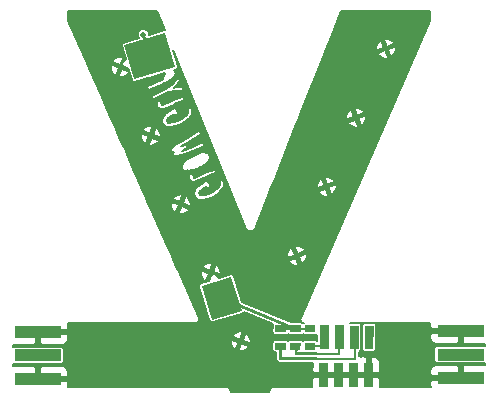
<source format=gbl>
G04 #@! TF.FileFunction,Copper,L2,Bot,Signal*
%FSLAX46Y46*%
G04 Gerber Fmt 4.6, Leading zero omitted, Abs format (unit mm)*
G04 Created by KiCad (PCBNEW 4.0.0-rc2-stable) date 3/3/2016 3:48:31 PM*
%MOMM*%
G01*
G04 APERTURE LIST*
%ADD10C,0.150000*%
%ADD11C,0.500000*%
%ADD12R,4.000000X1.000000*%
%ADD13C,0.600000*%
%ADD14C,0.254000*%
%ADD15C,0.152400*%
G04 APERTURE END LIST*
D10*
D11*
X78509122Y-22214711D03*
X75992353Y-28060624D03*
X73475584Y-33906533D03*
X70958814Y-39752446D03*
X66199796Y-47008878D03*
X63665626Y-41200372D03*
X61131450Y-35391864D03*
X58597271Y-29583360D03*
X56063096Y-23774854D03*
D12*
X84825836Y-50117210D03*
X84825836Y-48117210D03*
X84825836Y-46117210D03*
D13*
X83825836Y-50117210D03*
X83825836Y-48117210D03*
X83825836Y-46117210D03*
D12*
X49020840Y-46192207D03*
X49020840Y-48192207D03*
X49020840Y-50192207D03*
D13*
X50020840Y-46192207D03*
X50020840Y-48192207D03*
X50020840Y-50192207D03*
D10*
G36*
X63787265Y-45169118D02*
X62931655Y-42293717D01*
X65423669Y-41552188D01*
X66279279Y-44427589D01*
X63787265Y-45169118D01*
X63787265Y-45169118D01*
G37*
G36*
X57204674Y-24800527D02*
X56349063Y-21925126D01*
X59799544Y-20898393D01*
X60655155Y-23773794D01*
X57204674Y-24800527D01*
X57204674Y-24800527D01*
G37*
D11*
X57960222Y-21028373D03*
D10*
G36*
X72859067Y-50842352D02*
X72874042Y-48842408D01*
X73634021Y-48848098D01*
X73619046Y-50848042D01*
X72859067Y-50842352D01*
X72859067Y-50842352D01*
G37*
G36*
X74129031Y-50851861D02*
X74144006Y-48851917D01*
X74903985Y-48857607D01*
X74889010Y-50857551D01*
X74129031Y-50851861D01*
X74129031Y-50851861D01*
G37*
G36*
X75398995Y-50861370D02*
X75413970Y-48861426D01*
X76173949Y-48867116D01*
X76158974Y-50867060D01*
X75398995Y-50861370D01*
X75398995Y-50861370D01*
G37*
G36*
X76668960Y-50870879D02*
X76683935Y-48870935D01*
X77443914Y-48876625D01*
X77428939Y-50876569D01*
X76668960Y-50870879D01*
X76668960Y-50870879D01*
G37*
G36*
X72883026Y-47642441D02*
X72898001Y-45642497D01*
X73657980Y-45648187D01*
X73643005Y-47648131D01*
X72883026Y-47642441D01*
X72883026Y-47642441D01*
G37*
G36*
X74152991Y-47651950D02*
X74167966Y-45652006D01*
X74927945Y-45657696D01*
X74912970Y-47657640D01*
X74152991Y-47651950D01*
X74152991Y-47651950D01*
G37*
G36*
X75422955Y-47661459D02*
X75437930Y-45661515D01*
X76197909Y-45667205D01*
X76182934Y-47667149D01*
X75422955Y-47661459D01*
X75422955Y-47661459D01*
G37*
G36*
X76702919Y-47671043D02*
X76717894Y-45671099D01*
X77457873Y-45676639D01*
X77442898Y-47676583D01*
X76702919Y-47671043D01*
X76702919Y-47671043D01*
G37*
G36*
X71628544Y-46233009D02*
X71633037Y-45633026D01*
X72533012Y-45639765D01*
X72528519Y-46239748D01*
X71628544Y-46233009D01*
X71628544Y-46233009D01*
G37*
G36*
X71617313Y-47732967D02*
X71621806Y-47132984D01*
X72521781Y-47139723D01*
X72517288Y-47739706D01*
X71617313Y-47732967D01*
X71617313Y-47732967D01*
G37*
G36*
X70367348Y-47723607D02*
X70371841Y-47123624D01*
X71271816Y-47130363D01*
X71267323Y-47730346D01*
X70367348Y-47723607D01*
X70367348Y-47723607D01*
G37*
G36*
X70378579Y-46223649D02*
X70383072Y-45623666D01*
X71283047Y-45630405D01*
X71278554Y-46230388D01*
X70378579Y-46223649D01*
X70378579Y-46223649D01*
G37*
G36*
X69128614Y-46214290D02*
X69133107Y-45614307D01*
X70033082Y-45621046D01*
X70028589Y-46221029D01*
X69128614Y-46214290D01*
X69128614Y-46214290D01*
G37*
G36*
X69117383Y-47714248D02*
X69121876Y-47114265D01*
X70021851Y-47121004D01*
X70017358Y-47720987D01*
X69117383Y-47714248D01*
X69117383Y-47714248D01*
G37*
G36*
X72269167Y-47487841D02*
X72270664Y-47287846D01*
X73170639Y-47294585D01*
X73169142Y-47494580D01*
X72269167Y-47487841D01*
X72269167Y-47487841D01*
G37*
G36*
X70814341Y-48126965D02*
X70815838Y-47926971D01*
X74615731Y-47955423D01*
X74614234Y-48155417D01*
X70814341Y-48126965D01*
X70814341Y-48126965D01*
G37*
G36*
X69461009Y-48566845D02*
X69462507Y-48366851D01*
X75962325Y-48415519D01*
X75960827Y-48615513D01*
X69461009Y-48566845D01*
X69461009Y-48566845D01*
G37*
G36*
X70815089Y-48026969D02*
X70818084Y-47626980D01*
X71018079Y-47628477D01*
X71015084Y-48028466D01*
X70815089Y-48026969D01*
X70815089Y-48026969D01*
G37*
G36*
X74414988Y-48053923D02*
X74417983Y-47653934D01*
X74617978Y-47655431D01*
X74614983Y-48055420D01*
X74414988Y-48053923D01*
X74414988Y-48053923D01*
G37*
G36*
X75761956Y-48464020D02*
X75767946Y-47664042D01*
X75967940Y-47665540D01*
X75961950Y-48465518D01*
X75761956Y-48464020D01*
X75761956Y-48464020D01*
G37*
G36*
X69462132Y-48416849D02*
X69468122Y-47616871D01*
X69668116Y-47618369D01*
X69662126Y-48418347D01*
X69462132Y-48416849D01*
X69462132Y-48416849D01*
G37*
G36*
X69880091Y-46019912D02*
X69881589Y-45819917D01*
X71881533Y-45834892D01*
X71880035Y-46034887D01*
X69880091Y-46019912D01*
X69880091Y-46019912D01*
G37*
D14*
X58500000Y-22850000D02*
X57960000Y-21030000D01*
X58500000Y-22850000D02*
X57960000Y-21030000D01*
X58500000Y-22850000D02*
X57960000Y-21030000D01*
X58500000Y-22850000D02*
X57960000Y-21030000D01*
X58500000Y-22850000D02*
X57960000Y-21030000D01*
X58500000Y-22850000D02*
X57960000Y-21030000D01*
X58500000Y-22850000D02*
X57960000Y-21030000D01*
X58500000Y-22850000D02*
X57960000Y-21030000D01*
X58500000Y-22850000D02*
X57960000Y-21030000D01*
X64610000Y-43360000D02*
X70880000Y-45930000D01*
X64610000Y-43360000D02*
X70880000Y-45930000D01*
X64610000Y-43360000D02*
X70880000Y-45930000D01*
X64610000Y-43360000D02*
X70880000Y-45930000D01*
X64610000Y-43360000D02*
X70880000Y-45930000D01*
X64610000Y-43360000D02*
X70880000Y-45930000D01*
X64610000Y-43360000D02*
X70880000Y-45930000D01*
X64610000Y-43360000D02*
X70880000Y-45930000D01*
X64610000Y-43360000D02*
X70880000Y-45930000D01*
D15*
G36*
X59792840Y-20669637D02*
X59733069Y-20674995D01*
X58438794Y-21060122D01*
X58438905Y-20933591D01*
X58366196Y-20757622D01*
X58231681Y-20622873D01*
X58055839Y-20549857D01*
X57865440Y-20549690D01*
X57689471Y-20622399D01*
X57554722Y-20756914D01*
X57481706Y-20932756D01*
X57481539Y-21123155D01*
X57554248Y-21299124D01*
X57572878Y-21317786D01*
X56282588Y-21701728D01*
X56205939Y-21741167D01*
X56145645Y-21811344D01*
X56117404Y-21899449D01*
X56125665Y-21991601D01*
X56462596Y-23123904D01*
X56077237Y-23509263D01*
X56238374Y-23670400D01*
X56225123Y-23704164D01*
X56302511Y-23734537D01*
X56328687Y-23760713D01*
X56340107Y-23749293D01*
X56689491Y-23886418D01*
X56981276Y-24867002D01*
X57020715Y-24943651D01*
X57090892Y-25003945D01*
X57178997Y-25032186D01*
X57271149Y-25023925D01*
X58332825Y-24708010D01*
X58340498Y-24717602D01*
X58367513Y-24738928D01*
X58396889Y-24746136D01*
X58426756Y-24741348D01*
X58506756Y-24711348D01*
X58515399Y-24707479D01*
X58752356Y-24583174D01*
X59775132Y-24278834D01*
X59679540Y-24510987D01*
X59674008Y-24534371D01*
X59669363Y-24597069D01*
X59657124Y-24762301D01*
X59334433Y-24932610D01*
X59312145Y-24950410D01*
X59268334Y-25001523D01*
X59122547Y-25035826D01*
X59109651Y-25040105D01*
X58349651Y-25370105D01*
X58340795Y-25374659D01*
X58290795Y-25404659D01*
X58268611Y-25424857D01*
X58255885Y-25452298D01*
X58254837Y-25482527D01*
X58264837Y-25542527D01*
X58273389Y-25567006D01*
X58323389Y-25657006D01*
X58332999Y-25670570D01*
X58357164Y-25688762D01*
X58386503Y-25696120D01*
X58416394Y-25691483D01*
X59064430Y-25452208D01*
X59322409Y-25372830D01*
X59358538Y-25348782D01*
X59371391Y-25333359D01*
X59374025Y-25334507D01*
X59404271Y-25334852D01*
X59432268Y-25323402D01*
X59576936Y-25226957D01*
X60039696Y-25020191D01*
X60088300Y-25000750D01*
X60105720Y-24990960D01*
X60145720Y-24960960D01*
X60170352Y-24929275D01*
X60173128Y-24915186D01*
X60191842Y-24924005D01*
X60222064Y-24925239D01*
X60250386Y-24914617D01*
X60490386Y-24764617D01*
X60513402Y-24742268D01*
X60673402Y-24502268D01*
X60686069Y-24464475D01*
X60696069Y-24294475D01*
X60691348Y-24263244D01*
X60661348Y-24183244D01*
X60658155Y-24175922D01*
X60628155Y-24115922D01*
X60603698Y-24087575D01*
X60548272Y-24048777D01*
X60721630Y-23997192D01*
X60798279Y-23957753D01*
X60858573Y-23887576D01*
X60886814Y-23799471D01*
X60878553Y-23707319D01*
X60468688Y-22329910D01*
X66641960Y-37495041D01*
X66642438Y-37495766D01*
X66642607Y-37496616D01*
X66672325Y-37541092D01*
X66701800Y-37585793D01*
X66702519Y-37586280D01*
X66703000Y-37587000D01*
X66747452Y-37616702D01*
X66791813Y-37646737D01*
X66792664Y-37646912D01*
X66793384Y-37647393D01*
X66845743Y-37657808D01*
X66898297Y-37668596D01*
X66899152Y-37668431D01*
X66900000Y-37668600D01*
X67130000Y-37668600D01*
X67132070Y-37668188D01*
X67134144Y-37668569D01*
X67185299Y-37657600D01*
X67236616Y-37647393D01*
X67238370Y-37646221D01*
X67240432Y-37645779D01*
X67283510Y-37616060D01*
X67327000Y-37587000D01*
X67328171Y-37585247D01*
X67329908Y-37584049D01*
X67358327Y-37540117D01*
X67387393Y-37496616D01*
X67387805Y-37494547D01*
X67388950Y-37492776D01*
X68599139Y-34443622D01*
X72816069Y-34443622D01*
X73071807Y-34655125D01*
X73389016Y-34752660D01*
X73538707Y-34754731D01*
X73615881Y-34596915D01*
X73405681Y-34068902D01*
X72877668Y-34279101D01*
X72816069Y-34443622D01*
X68599139Y-34443622D01*
X68787253Y-33969656D01*
X72627386Y-33969656D01*
X72785202Y-34046830D01*
X72962028Y-33976436D01*
X73637953Y-33976436D01*
X73848152Y-34504449D01*
X74012673Y-34566048D01*
X74224176Y-34310310D01*
X74321711Y-33993101D01*
X74323782Y-33843410D01*
X74165966Y-33766236D01*
X73637953Y-33976436D01*
X72962028Y-33976436D01*
X73313215Y-33836630D01*
X73103016Y-33308617D01*
X72938495Y-33247018D01*
X72726992Y-33502756D01*
X72629457Y-33819965D01*
X72627386Y-33969656D01*
X68787253Y-33969656D01*
X69086314Y-33216151D01*
X73335287Y-33216151D01*
X73545487Y-33744164D01*
X74073500Y-33533965D01*
X74135099Y-33369444D01*
X73879361Y-33157941D01*
X73562152Y-33060406D01*
X73412461Y-33058335D01*
X73335287Y-33216151D01*
X69086314Y-33216151D01*
X70919341Y-28597713D01*
X75332838Y-28597713D01*
X75588576Y-28809216D01*
X75905785Y-28906751D01*
X76055476Y-28908822D01*
X76132650Y-28751006D01*
X75922450Y-28222993D01*
X75394437Y-28433192D01*
X75332838Y-28597713D01*
X70919341Y-28597713D01*
X71107455Y-28123747D01*
X75144155Y-28123747D01*
X75301971Y-28200921D01*
X75478797Y-28130527D01*
X76154722Y-28130527D01*
X76364921Y-28658540D01*
X76529442Y-28720139D01*
X76740945Y-28464401D01*
X76838480Y-28147192D01*
X76840551Y-27997501D01*
X76682735Y-27920327D01*
X76154722Y-28130527D01*
X75478797Y-28130527D01*
X75829984Y-27990721D01*
X75619785Y-27462708D01*
X75455264Y-27401109D01*
X75243761Y-27656847D01*
X75146226Y-27974056D01*
X75144155Y-28123747D01*
X71107455Y-28123747D01*
X71406516Y-27370242D01*
X75852056Y-27370242D01*
X76062256Y-27898255D01*
X76590269Y-27688056D01*
X76651868Y-27523535D01*
X76396130Y-27312032D01*
X76078921Y-27214497D01*
X75929230Y-27212426D01*
X75852056Y-27370242D01*
X71406516Y-27370242D01*
X73239545Y-22751800D01*
X77849607Y-22751800D01*
X78105345Y-22963303D01*
X78422554Y-23060838D01*
X78572245Y-23062909D01*
X78649419Y-22905093D01*
X78439219Y-22377080D01*
X77911206Y-22587279D01*
X77849607Y-22751800D01*
X73239545Y-22751800D01*
X73427660Y-22277834D01*
X77660924Y-22277834D01*
X77818740Y-22355008D01*
X77995566Y-22284614D01*
X78671491Y-22284614D01*
X78881690Y-22812627D01*
X79046211Y-22874226D01*
X79257714Y-22618488D01*
X79355249Y-22301279D01*
X79357320Y-22151588D01*
X79199504Y-22074414D01*
X78671491Y-22284614D01*
X77995566Y-22284614D01*
X78346753Y-22144808D01*
X78136554Y-21616795D01*
X77972033Y-21555196D01*
X77760530Y-21810934D01*
X77662995Y-22128143D01*
X77660924Y-22277834D01*
X73427660Y-22277834D01*
X73726721Y-21524329D01*
X78368825Y-21524329D01*
X78579025Y-22052342D01*
X79107038Y-21842143D01*
X79168637Y-21677622D01*
X78912899Y-21466119D01*
X78595690Y-21368584D01*
X78445999Y-21366513D01*
X78368825Y-21524329D01*
X73726721Y-21524329D01*
X74729167Y-18998600D01*
X82231400Y-18998600D01*
X82231400Y-19921878D01*
X71274640Y-45038603D01*
X71274076Y-45041185D01*
X71272607Y-45043384D01*
X71262502Y-45094187D01*
X71251448Y-45144805D01*
X71251916Y-45147408D01*
X71251400Y-45150000D01*
X71261506Y-45200805D01*
X71270664Y-45251798D01*
X71272091Y-45254023D01*
X71272607Y-45256616D01*
X71301383Y-45299682D01*
X71329360Y-45343292D01*
X71331532Y-45344802D01*
X71333000Y-45347000D01*
X71376073Y-45375781D01*
X71418603Y-45405360D01*
X71421185Y-45405924D01*
X71423384Y-45407393D01*
X71474187Y-45417498D01*
X71524805Y-45428552D01*
X71527408Y-45428084D01*
X71529144Y-45428430D01*
X71471774Y-45464742D01*
X71459623Y-45482243D01*
X71451331Y-45469142D01*
X71375333Y-45416375D01*
X71284792Y-45397334D01*
X70503797Y-45391486D01*
X66296072Y-43666789D01*
X65647067Y-41485713D01*
X65607628Y-41409064D01*
X65537451Y-41348770D01*
X65449346Y-41320529D01*
X65357194Y-41328790D01*
X64346298Y-41629594D01*
X63931217Y-41214513D01*
X63770080Y-41375650D01*
X63736316Y-41362399D01*
X63705943Y-41439787D01*
X63679767Y-41465963D01*
X63691187Y-41477383D01*
X63536923Y-41870434D01*
X62865180Y-42070319D01*
X62788531Y-42109758D01*
X62728237Y-42179935D01*
X62699996Y-42268040D01*
X62708257Y-42360192D01*
X63563867Y-45235593D01*
X63603306Y-45312242D01*
X63673483Y-45372536D01*
X63761588Y-45400777D01*
X63853740Y-45392516D01*
X66345754Y-44650987D01*
X66422403Y-44611548D01*
X66482697Y-44541371D01*
X66491044Y-44515330D01*
X68925275Y-45513094D01*
X68919077Y-45522021D01*
X68900036Y-45612562D01*
X68895543Y-46212545D01*
X68910848Y-46297376D01*
X68960330Y-46375553D01*
X69036328Y-46428320D01*
X69126869Y-46447361D01*
X70026844Y-46454100D01*
X70111675Y-46438795D01*
X70189852Y-46389313D01*
X70202003Y-46371812D01*
X70210295Y-46384912D01*
X70286293Y-46437679D01*
X70376834Y-46456720D01*
X71276809Y-46463459D01*
X71361640Y-46448154D01*
X71439817Y-46398672D01*
X71451968Y-46381171D01*
X71460260Y-46394272D01*
X71536258Y-46447039D01*
X71626799Y-46466080D01*
X72526774Y-46472819D01*
X72611605Y-46457514D01*
X72659039Y-46427491D01*
X72655095Y-46954180D01*
X72614067Y-46925693D01*
X72523526Y-46906652D01*
X71623551Y-46899913D01*
X71538720Y-46915218D01*
X71460543Y-46964700D01*
X71448392Y-46982201D01*
X71440100Y-46969100D01*
X71364102Y-46916333D01*
X71273561Y-46897292D01*
X70373586Y-46890553D01*
X70288755Y-46905858D01*
X70210578Y-46955340D01*
X70198427Y-46972841D01*
X70190135Y-46959741D01*
X70114137Y-46906974D01*
X70023596Y-46887933D01*
X69123621Y-46881194D01*
X69038790Y-46896499D01*
X68960613Y-46945981D01*
X68907846Y-47021979D01*
X68888805Y-47112520D01*
X68884312Y-47712503D01*
X68899617Y-47797334D01*
X68949099Y-47875511D01*
X69025097Y-47928278D01*
X69115638Y-47947319D01*
X69232557Y-47948194D01*
X69229131Y-48405784D01*
X69227938Y-48565099D01*
X69243243Y-48649931D01*
X69292725Y-48728108D01*
X69368723Y-48780875D01*
X69459264Y-48799916D01*
X72289985Y-48821111D01*
X72288988Y-48954235D01*
X72284796Y-49514165D01*
X72429748Y-49661304D01*
X73070080Y-49666099D01*
X73070230Y-49646099D01*
X73425820Y-49648762D01*
X73425670Y-49668761D01*
X74066002Y-49673556D01*
X74340044Y-49675608D01*
X74340194Y-49655608D01*
X74695784Y-49658271D01*
X74695634Y-49678270D01*
X75335966Y-49683065D01*
X75610008Y-49685117D01*
X75610158Y-49665117D01*
X75965748Y-49667780D01*
X75965598Y-49687779D01*
X76605930Y-49692574D01*
X76879973Y-49694626D01*
X76889410Y-48434311D01*
X76744458Y-48287172D01*
X76572107Y-48285881D01*
X76432886Y-48342331D01*
X76294525Y-48283803D01*
X76196400Y-48283068D01*
X76199291Y-47896954D01*
X76266020Y-47884915D01*
X76344197Y-47835433D01*
X76396964Y-47759435D01*
X76415920Y-47669298D01*
X76469848Y-47669298D01*
X76485153Y-47754129D01*
X76534635Y-47832306D01*
X76610634Y-47885073D01*
X76701174Y-47904114D01*
X77441153Y-47909654D01*
X77525984Y-47894349D01*
X77604161Y-47844867D01*
X77656928Y-47768869D01*
X77675969Y-47678328D01*
X77690944Y-45678384D01*
X77675639Y-45593553D01*
X77626157Y-45515376D01*
X77550158Y-45462609D01*
X77459618Y-45443568D01*
X76719639Y-45438028D01*
X76634808Y-45453333D01*
X76556631Y-45502815D01*
X76503864Y-45578813D01*
X76484823Y-45669354D01*
X76469848Y-47669298D01*
X76415920Y-47669298D01*
X76416005Y-47668894D01*
X76430980Y-45668950D01*
X76415675Y-45584119D01*
X76366193Y-45505942D01*
X76290194Y-45453175D01*
X76199654Y-45434134D01*
X75460511Y-45428600D01*
X82271627Y-45428600D01*
X82241636Y-45501005D01*
X82241636Y-45793360D01*
X82387686Y-45939410D01*
X82957916Y-45939410D01*
X82926424Y-46055543D01*
X82957218Y-46295010D01*
X82387686Y-46295010D01*
X82241636Y-46441060D01*
X82241636Y-46733415D01*
X82330575Y-46948133D01*
X82494914Y-47112471D01*
X82709632Y-47201410D01*
X84501986Y-47201410D01*
X84648036Y-47055360D01*
X84648036Y-46463608D01*
X84725248Y-46178877D01*
X84691882Y-45919410D01*
X85003636Y-45919410D01*
X85003636Y-45939410D01*
X85023636Y-45939410D01*
X85023636Y-46295010D01*
X85003636Y-46295010D01*
X85003636Y-47055360D01*
X85149686Y-47201410D01*
X86931400Y-47201410D01*
X86931400Y-47412665D01*
X86916516Y-47402495D01*
X86825836Y-47384132D01*
X82825836Y-47384132D01*
X82741122Y-47400072D01*
X82663318Y-47450138D01*
X82611121Y-47526530D01*
X82592758Y-47617210D01*
X82592758Y-48617210D01*
X82608698Y-48701924D01*
X82658764Y-48779728D01*
X82735156Y-48831925D01*
X82825836Y-48850288D01*
X86825836Y-48850288D01*
X86910550Y-48834348D01*
X86931400Y-48820931D01*
X86931400Y-49033010D01*
X85149686Y-49033010D01*
X85003636Y-49179060D01*
X85003636Y-49939410D01*
X85023636Y-49939410D01*
X85023636Y-50295010D01*
X85003636Y-50295010D01*
X85003636Y-50315010D01*
X84688332Y-50315010D01*
X84725248Y-50178877D01*
X84680383Y-49829993D01*
X84648036Y-49751900D01*
X84648036Y-49179060D01*
X84501986Y-49033010D01*
X82709632Y-49033010D01*
X82494914Y-49121949D01*
X82330575Y-49286287D01*
X82241636Y-49501005D01*
X82241636Y-49793360D01*
X82387686Y-49939410D01*
X82957916Y-49939410D01*
X82926424Y-50055543D01*
X82957218Y-50295010D01*
X82387686Y-50295010D01*
X82241636Y-50441060D01*
X82241636Y-50733415D01*
X82298791Y-50871400D01*
X78013194Y-50871400D01*
X78013993Y-50764742D01*
X78018185Y-50204812D01*
X77873233Y-50057673D01*
X77232901Y-50052878D01*
X77232751Y-50072878D01*
X76877161Y-50070215D01*
X76877311Y-50050216D01*
X76236979Y-50045421D01*
X75962936Y-50043369D01*
X75962786Y-50063369D01*
X75607196Y-50060706D01*
X75607346Y-50040707D01*
X74967014Y-50035912D01*
X74692972Y-50033860D01*
X74692822Y-50053860D01*
X74337232Y-50051197D01*
X74337382Y-50031198D01*
X73697050Y-50026403D01*
X73423008Y-50024351D01*
X73422858Y-50044351D01*
X73067268Y-50041688D01*
X73067418Y-50021689D01*
X72427086Y-50016894D01*
X72279946Y-50161847D01*
X72275754Y-50721776D01*
X72274634Y-50871400D01*
X68910000Y-50871400D01*
X68857575Y-50881828D01*
X68804885Y-50891990D01*
X68804194Y-50892446D01*
X68803384Y-50892607D01*
X68758921Y-50922316D01*
X68714151Y-50951855D01*
X68713687Y-50952541D01*
X68713000Y-50953000D01*
X68683225Y-50997562D01*
X68653233Y-51041887D01*
X68565016Y-51251400D01*
X65414984Y-51251400D01*
X65326768Y-51041887D01*
X65296761Y-50997541D01*
X65267000Y-50953000D01*
X65266312Y-50952540D01*
X65265849Y-50951856D01*
X65221198Y-50922396D01*
X65176616Y-50892607D01*
X65175804Y-50892445D01*
X65175115Y-50891991D01*
X65122509Y-50881844D01*
X65070000Y-50871400D01*
X51578950Y-50871400D01*
X51605040Y-50808412D01*
X51605040Y-50516057D01*
X51458990Y-50370007D01*
X50888760Y-50370007D01*
X50920252Y-50253874D01*
X50889458Y-50014407D01*
X51458990Y-50014407D01*
X51605040Y-49868357D01*
X51605040Y-49697288D01*
X77235563Y-49697288D01*
X77875895Y-49702083D01*
X78023035Y-49557130D01*
X78027227Y-48997201D01*
X78028967Y-48764799D01*
X77941639Y-48549421D01*
X77778536Y-48383856D01*
X77564490Y-48293312D01*
X77392139Y-48292021D01*
X77245000Y-48436974D01*
X77235563Y-49697288D01*
X51605040Y-49697288D01*
X51605040Y-49576002D01*
X51516101Y-49361284D01*
X51351762Y-49196946D01*
X51137044Y-49108007D01*
X49344690Y-49108007D01*
X49198640Y-49254057D01*
X49198640Y-49845809D01*
X49121428Y-50130540D01*
X49154794Y-50390007D01*
X48843040Y-50390007D01*
X48843040Y-50370007D01*
X48823040Y-50370007D01*
X48823040Y-50014407D01*
X48843040Y-50014407D01*
X48843040Y-49254057D01*
X48696990Y-49108007D01*
X46908600Y-49108007D01*
X46908600Y-48892191D01*
X46930160Y-48906922D01*
X47020840Y-48925285D01*
X51020840Y-48925285D01*
X51105554Y-48909345D01*
X51183358Y-48859279D01*
X51235555Y-48782887D01*
X51253918Y-48692207D01*
X51253918Y-47699933D01*
X66062854Y-47699933D01*
X66140793Y-47857373D01*
X66469989Y-47815365D01*
X66758051Y-47650576D01*
X66861912Y-47542758D01*
X66799515Y-47378538D01*
X66270486Y-47170905D01*
X66062854Y-47699933D01*
X51253918Y-47699933D01*
X51253918Y-47692207D01*
X51237978Y-47607493D01*
X51187912Y-47529689D01*
X51111520Y-47477492D01*
X51020840Y-47459129D01*
X47020840Y-47459129D01*
X46936126Y-47475069D01*
X46908600Y-47492782D01*
X46908600Y-47276407D01*
X48696990Y-47276407D01*
X48843040Y-47130357D01*
X48843040Y-46370007D01*
X48823040Y-46370007D01*
X48823040Y-46014407D01*
X48843040Y-46014407D01*
X48843040Y-45994407D01*
X49158344Y-45994407D01*
X49121428Y-46130540D01*
X49166293Y-46479424D01*
X49198640Y-46557517D01*
X49198640Y-47130357D01*
X49344690Y-47276407D01*
X51137044Y-47276407D01*
X51351762Y-47187468D01*
X51516101Y-47023130D01*
X51546444Y-46949875D01*
X65351301Y-46949875D01*
X65393309Y-47279071D01*
X65558098Y-47567133D01*
X65665916Y-47670994D01*
X65830136Y-47608597D01*
X66037769Y-47079568D01*
X65677546Y-46938188D01*
X66361823Y-46938188D01*
X66890851Y-47145820D01*
X67048291Y-47067881D01*
X67006283Y-46738685D01*
X66841494Y-46450623D01*
X66733676Y-46346762D01*
X66569456Y-46409159D01*
X66361823Y-46938188D01*
X65677546Y-46938188D01*
X65508741Y-46871936D01*
X65351301Y-46949875D01*
X51546444Y-46949875D01*
X51605040Y-46808412D01*
X51605040Y-46516057D01*
X51563981Y-46474998D01*
X65537680Y-46474998D01*
X65600077Y-46639218D01*
X66129106Y-46846851D01*
X66336738Y-46317823D01*
X66258799Y-46160383D01*
X65929603Y-46202391D01*
X65641541Y-46367180D01*
X65537680Y-46474998D01*
X51563981Y-46474998D01*
X51458990Y-46370007D01*
X50888760Y-46370007D01*
X50920252Y-46253874D01*
X50889458Y-46014407D01*
X51458990Y-46014407D01*
X51605040Y-45868357D01*
X51605040Y-45576002D01*
X51543984Y-45428600D01*
X62420000Y-45428600D01*
X62423101Y-45427983D01*
X62426216Y-45428531D01*
X62476301Y-45417401D01*
X62526616Y-45407393D01*
X62529246Y-45405636D01*
X62532332Y-45404950D01*
X62574336Y-45375508D01*
X62617000Y-45347000D01*
X62618757Y-45344370D01*
X62621347Y-45342555D01*
X62648892Y-45299270D01*
X62677393Y-45256616D01*
X62678010Y-45253514D01*
X62679708Y-45250846D01*
X62688594Y-45200305D01*
X62698600Y-45150000D01*
X62697983Y-45146899D01*
X62698531Y-45143784D01*
X62687401Y-45093699D01*
X62677393Y-45043384D01*
X62675636Y-45040754D01*
X62674950Y-45037668D01*
X60958227Y-41141369D01*
X62817131Y-41141369D01*
X62859139Y-41470565D01*
X63023928Y-41758627D01*
X63131746Y-41862488D01*
X63295966Y-41800091D01*
X63503599Y-41271062D01*
X63143376Y-41129682D01*
X63827653Y-41129682D01*
X64356681Y-41337314D01*
X64514121Y-41259375D01*
X64472113Y-40930179D01*
X64307324Y-40642117D01*
X64199506Y-40538256D01*
X64035286Y-40600653D01*
X63827653Y-41129682D01*
X63143376Y-41129682D01*
X62974571Y-41063430D01*
X62817131Y-41141369D01*
X60958227Y-41141369D01*
X60748995Y-40666492D01*
X63003510Y-40666492D01*
X63065907Y-40830712D01*
X63594936Y-41038345D01*
X63802568Y-40509317D01*
X63724629Y-40351877D01*
X63395433Y-40393885D01*
X63107371Y-40558674D01*
X63003510Y-40666492D01*
X60748995Y-40666492D01*
X60582907Y-40289535D01*
X70299299Y-40289535D01*
X70555037Y-40501038D01*
X70872246Y-40598573D01*
X71021937Y-40600644D01*
X71099111Y-40442828D01*
X70888911Y-39914815D01*
X70360898Y-40125014D01*
X70299299Y-40289535D01*
X60582907Y-40289535D01*
X60374076Y-39815569D01*
X70110616Y-39815569D01*
X70268432Y-39892743D01*
X70445258Y-39822349D01*
X71121183Y-39822349D01*
X71331382Y-40350362D01*
X71495903Y-40411961D01*
X71707406Y-40156223D01*
X71804941Y-39839014D01*
X71807012Y-39689323D01*
X71649196Y-39612149D01*
X71121183Y-39822349D01*
X70445258Y-39822349D01*
X70796445Y-39682543D01*
X70586246Y-39154530D01*
X70421725Y-39092931D01*
X70210222Y-39348669D01*
X70112687Y-39665878D01*
X70110616Y-39815569D01*
X60374076Y-39815569D01*
X60042079Y-39062064D01*
X70818517Y-39062064D01*
X71028717Y-39590077D01*
X71556730Y-39379878D01*
X71618329Y-39215357D01*
X71362591Y-39003854D01*
X71045382Y-38906319D01*
X70895691Y-38904248D01*
X70818517Y-39062064D01*
X60042079Y-39062064D01*
X58729455Y-36082919D01*
X60994508Y-36082919D01*
X61072447Y-36240359D01*
X61401643Y-36198351D01*
X61689705Y-36033562D01*
X61793566Y-35925744D01*
X61731169Y-35761524D01*
X61202140Y-35553891D01*
X60994508Y-36082919D01*
X58729455Y-36082919D01*
X58398976Y-35332861D01*
X60282955Y-35332861D01*
X60324963Y-35662057D01*
X60489752Y-35950119D01*
X60597570Y-36053980D01*
X60761790Y-35991583D01*
X60969423Y-35462554D01*
X60609200Y-35321174D01*
X61293477Y-35321174D01*
X61822505Y-35528806D01*
X61979945Y-35450867D01*
X61937937Y-35121671D01*
X61773148Y-34833609D01*
X61665330Y-34729748D01*
X61501110Y-34792145D01*
X61293477Y-35321174D01*
X60609200Y-35321174D01*
X60440395Y-35254922D01*
X60282955Y-35332861D01*
X58398976Y-35332861D01*
X58189744Y-34857984D01*
X60469334Y-34857984D01*
X60531731Y-35022204D01*
X61060760Y-35229837D01*
X61268392Y-34700809D01*
X61190453Y-34543369D01*
X60861257Y-34585377D01*
X60573195Y-34750166D01*
X60469334Y-34857984D01*
X58189744Y-34857984D01*
X58037091Y-34511519D01*
X62236075Y-34511519D01*
X62237710Y-34554097D01*
X62297710Y-34734097D01*
X62304659Y-34749205D01*
X62364659Y-34849205D01*
X62392194Y-34876160D01*
X62602194Y-34996160D01*
X62635247Y-35006052D01*
X62955247Y-35026052D01*
X62973938Y-35024915D01*
X63403938Y-34944915D01*
X63412409Y-34942830D01*
X63672409Y-34862830D01*
X63674097Y-34862290D01*
X63704097Y-34852290D01*
X63718263Y-34845897D01*
X64028263Y-34665897D01*
X64035720Y-34660960D01*
X64475720Y-34330960D01*
X64490738Y-34316014D01*
X64740738Y-33986014D01*
X64754895Y-33954043D01*
X64814895Y-33634043D01*
X64812290Y-33595903D01*
X64762290Y-33445903D01*
X64743882Y-33416118D01*
X64703882Y-33376118D01*
X64687217Y-33363507D01*
X64658415Y-33354266D01*
X64568415Y-33344266D01*
X64543141Y-33345688D01*
X64515558Y-33358102D01*
X64494978Y-33380269D01*
X64484643Y-33408696D01*
X64426966Y-33793209D01*
X64311261Y-33980117D01*
X63937678Y-34305805D01*
X63676943Y-34431344D01*
X63675922Y-34431845D01*
X63561631Y-34488990D01*
X63213660Y-34595315D01*
X62859617Y-34643159D01*
X62735395Y-34627631D01*
X62722624Y-34614860D01*
X62651563Y-34472739D01*
X62687036Y-34352133D01*
X62973368Y-34093510D01*
X63219230Y-33970579D01*
X63248010Y-33960986D01*
X63402382Y-34021019D01*
X63444271Y-34024852D01*
X63472268Y-34013402D01*
X63502268Y-33993402D01*
X63505720Y-33990960D01*
X63545720Y-33960960D01*
X63563019Y-33942837D01*
X63574720Y-33914944D01*
X63594720Y-33814944D01*
X63596194Y-33799024D01*
X63589811Y-33769458D01*
X63519811Y-33609458D01*
X63516160Y-33602194D01*
X63476160Y-33532194D01*
X63450910Y-33505713D01*
X63340910Y-33435713D01*
X63317702Y-33425885D01*
X63287473Y-33424837D01*
X63227473Y-33434837D01*
X63191559Y-33451179D01*
X63024401Y-33588839D01*
X62507452Y-33936785D01*
X62492862Y-33949584D01*
X62342862Y-34119584D01*
X62326075Y-34151519D01*
X62236075Y-34511519D01*
X58037091Y-34511519D01*
X57448960Y-33176690D01*
X61813872Y-33176690D01*
X61822765Y-33215859D01*
X61902765Y-33365859D01*
X61918329Y-33386005D01*
X61944190Y-33401696D01*
X62194190Y-33491696D01*
X62211366Y-33495709D01*
X62241501Y-33493104D01*
X62411501Y-33443104D01*
X62416181Y-33441561D01*
X62826181Y-33291561D01*
X62829640Y-33290199D01*
X63279640Y-33100199D01*
X63281117Y-33099557D01*
X64041117Y-32759557D01*
X64057602Y-32749502D01*
X64107602Y-32709502D01*
X64122812Y-32693140D01*
X64134647Y-32665304D01*
X64134720Y-32635056D01*
X64124720Y-32585056D01*
X64113402Y-32557732D01*
X64093402Y-32527732D01*
X64075720Y-32509040D01*
X64035720Y-32479040D01*
X64000558Y-32464535D01*
X63970366Y-32466373D01*
X63670366Y-32546373D01*
X63661250Y-32549432D01*
X63391250Y-32659432D01*
X63389337Y-32660242D01*
X62482569Y-33058821D01*
X62224066Y-33144989D01*
X62211957Y-33114716D01*
X62142899Y-32887813D01*
X62135876Y-32871702D01*
X62115786Y-32849090D01*
X62088481Y-32836075D01*
X61968481Y-32806075D01*
X61938512Y-32804671D01*
X61910110Y-32815075D01*
X61887994Y-32835710D01*
X61837994Y-32905710D01*
X61823872Y-32946690D01*
X61813872Y-33176690D01*
X57448960Y-33176690D01*
X57041282Y-32251419D01*
X61213813Y-32251419D01*
X61220368Y-32280948D01*
X61260368Y-32370948D01*
X61263840Y-32377806D01*
X61303840Y-32447806D01*
X61334141Y-32477235D01*
X61484141Y-32557235D01*
X61513101Y-32565887D01*
X61623101Y-32575887D01*
X61659012Y-32570461D01*
X61684140Y-32553622D01*
X61695274Y-32536657D01*
X61713955Y-32560715D01*
X61741204Y-32573846D01*
X61771415Y-32575340D01*
X62101415Y-32525340D01*
X62113168Y-32522593D01*
X62583168Y-32372593D01*
X62594078Y-32368155D01*
X63014078Y-32158155D01*
X63026678Y-32150230D01*
X63426678Y-31840230D01*
X63444287Y-31820910D01*
X63584287Y-31600910D01*
X63594971Y-31573631D01*
X63614971Y-31463631D01*
X63616172Y-31447941D01*
X63609370Y-31418468D01*
X63509370Y-31198468D01*
X63498170Y-31180779D01*
X63388170Y-31050779D01*
X63376876Y-31039924D01*
X63349810Y-31026420D01*
X63089810Y-30956420D01*
X63074309Y-30953922D01*
X63044371Y-30958239D01*
X62904371Y-31008239D01*
X62899818Y-31010032D01*
X62389818Y-31230032D01*
X62388068Y-31230813D01*
X62128068Y-31350813D01*
X62121505Y-31354238D01*
X61711505Y-31594238D01*
X61701633Y-31601118D01*
X61421633Y-31831118D01*
X61405383Y-31849614D01*
X61255383Y-32089614D01*
X61246075Y-32111519D01*
X61218610Y-32221376D01*
X61216075Y-32231519D01*
X61213813Y-32251419D01*
X57041282Y-32251419D01*
X56369873Y-30727582D01*
X60324178Y-30727582D01*
X60334178Y-30827582D01*
X60336075Y-30838481D01*
X60346075Y-30878481D01*
X60355154Y-30900018D01*
X60375832Y-30922094D01*
X60403470Y-30934385D01*
X60551670Y-30967318D01*
X60478742Y-31033617D01*
X60467188Y-31046860D01*
X60455353Y-31074696D01*
X60455280Y-31104944D01*
X60465280Y-31154944D01*
X60471845Y-31174078D01*
X60501845Y-31234078D01*
X60504659Y-31239205D01*
X60534659Y-31289205D01*
X60562355Y-31316252D01*
X60591097Y-31325678D01*
X60761097Y-31345678D01*
X60786187Y-31344461D01*
X61246187Y-31244461D01*
X61254976Y-31241990D01*
X61744976Y-31071990D01*
X61750577Y-31069796D01*
X62800577Y-30609796D01*
X62807568Y-30606296D01*
X63107568Y-30436296D01*
X63124140Y-30423622D01*
X63140736Y-30398334D01*
X63146187Y-30368581D01*
X63139632Y-30339052D01*
X63099632Y-30249052D01*
X63090037Y-30233074D01*
X63067050Y-30213414D01*
X63038225Y-30204245D01*
X63008104Y-30207014D01*
X62918817Y-30233800D01*
X62850000Y-30233800D01*
X62814215Y-30242725D01*
X62346307Y-30491612D01*
X62023621Y-30638288D01*
X61959066Y-30656732D01*
X61951700Y-30659250D01*
X61554565Y-30818104D01*
X61225268Y-30919799D01*
X61267006Y-30896611D01*
X61273029Y-30892888D01*
X61653029Y-30632888D01*
X61674368Y-30610783D01*
X61685163Y-30582527D01*
X61695163Y-30522527D01*
X61692290Y-30485903D01*
X61682290Y-30455903D01*
X61675835Y-30441630D01*
X61655720Y-30419040D01*
X61615720Y-30389040D01*
X61575844Y-30374024D01*
X61445844Y-30364024D01*
X61411327Y-30369401D01*
X61386118Y-30386118D01*
X61320536Y-30451700D01*
X61140844Y-30499975D01*
X61696489Y-30196896D01*
X61699385Y-30195232D01*
X62759385Y-29555232D01*
X62780149Y-29536782D01*
X62850149Y-29446782D01*
X62865969Y-29405927D01*
X62862290Y-29375903D01*
X62842290Y-29315903D01*
X62823882Y-29286118D01*
X62773882Y-29236118D01*
X62735304Y-29215353D01*
X62705056Y-29215280D01*
X62655056Y-29225280D01*
X62632464Y-29233686D01*
X61572464Y-29833686D01*
X61570692Y-29834721D01*
X60640692Y-30394721D01*
X60633218Y-30399851D01*
X60363218Y-30609851D01*
X60346981Y-30627163D01*
X60335280Y-30655056D01*
X60325280Y-30705056D01*
X60324178Y-30727582D01*
X56369873Y-30727582D01*
X56170205Y-30274415D01*
X58460329Y-30274415D01*
X58538268Y-30431855D01*
X58867464Y-30389847D01*
X59155526Y-30225058D01*
X59259387Y-30117240D01*
X59196990Y-29953020D01*
X58667961Y-29745387D01*
X58460329Y-30274415D01*
X56170205Y-30274415D01*
X55839726Y-29524357D01*
X57748776Y-29524357D01*
X57790784Y-29853553D01*
X57955573Y-30141615D01*
X58063391Y-30245476D01*
X58227611Y-30183079D01*
X58435244Y-29654050D01*
X58075021Y-29512670D01*
X58759298Y-29512670D01*
X59288326Y-29720302D01*
X59445766Y-29642363D01*
X59403758Y-29313167D01*
X59238969Y-29025105D01*
X59131151Y-28921244D01*
X58966931Y-28983641D01*
X58759298Y-29512670D01*
X58075021Y-29512670D01*
X57906216Y-29446418D01*
X57748776Y-29524357D01*
X55839726Y-29524357D01*
X55630494Y-29049480D01*
X57935155Y-29049480D01*
X57997552Y-29213700D01*
X58526581Y-29421333D01*
X58734213Y-28892305D01*
X58656274Y-28734865D01*
X58327078Y-28776873D01*
X58039016Y-28941662D01*
X57935155Y-29049480D01*
X55630494Y-29049480D01*
X55334555Y-28377812D01*
X59533831Y-28377812D01*
X59538981Y-28407618D01*
X59608981Y-28587618D01*
X59611845Y-28594078D01*
X59661845Y-28694078D01*
X59692194Y-28726160D01*
X59902194Y-28846160D01*
X59935247Y-28856052D01*
X60255247Y-28876052D01*
X60273938Y-28874915D01*
X60703938Y-28794915D01*
X60712409Y-28792830D01*
X60970450Y-28713433D01*
X61008481Y-28703925D01*
X61027568Y-28696296D01*
X61327568Y-28526296D01*
X61336592Y-28520296D01*
X61776592Y-28180296D01*
X61790738Y-28166014D01*
X62040738Y-27836014D01*
X62054812Y-27804480D01*
X62114812Y-27494480D01*
X62112731Y-27457271D01*
X62062731Y-27297271D01*
X62050960Y-27274280D01*
X62020960Y-27234280D01*
X61996484Y-27213102D01*
X61967582Y-27204178D01*
X61867582Y-27194178D01*
X61843141Y-27195688D01*
X61815558Y-27208102D01*
X61794978Y-27230269D01*
X61784643Y-27258696D01*
X61726760Y-27644584D01*
X61620469Y-27830593D01*
X61238113Y-28155595D01*
X60976943Y-28281344D01*
X60975922Y-28281845D01*
X60861631Y-28338990D01*
X60512685Y-28445613D01*
X60161419Y-28502575D01*
X60037888Y-28477869D01*
X60018988Y-28466529D01*
X59952678Y-28326542D01*
X59995315Y-28212845D01*
X60273668Y-27943771D01*
X60521932Y-27829187D01*
X60524078Y-27828155D01*
X60553864Y-27813262D01*
X60702382Y-27871019D01*
X60734877Y-27876044D01*
X60764078Y-27868155D01*
X60804078Y-27848155D01*
X60823882Y-27833882D01*
X60853882Y-27803882D01*
X60874720Y-27764944D01*
X60894720Y-27664944D01*
X60896194Y-27649024D01*
X60889811Y-27619458D01*
X60819811Y-27459458D01*
X60816160Y-27452194D01*
X60776160Y-27382194D01*
X60753698Y-27357575D01*
X60653698Y-27287575D01*
X60629421Y-27276316D01*
X60599224Y-27274566D01*
X60529224Y-27284566D01*
X60489584Y-27302862D01*
X60323698Y-27449232D01*
X59808300Y-27786223D01*
X59792862Y-27799584D01*
X59642862Y-27969584D01*
X59626075Y-28001519D01*
X59536075Y-28361519D01*
X59533831Y-28377812D01*
X55334555Y-28377812D01*
X54739245Y-27026690D01*
X59113872Y-27026690D01*
X59122765Y-27065859D01*
X59202765Y-27215859D01*
X59216404Y-27234166D01*
X59241700Y-27250750D01*
X59491700Y-27350750D01*
X59515407Y-27356061D01*
X59545361Y-27351856D01*
X59715361Y-27291856D01*
X59716181Y-27291561D01*
X60126181Y-27141561D01*
X60129090Y-27140429D01*
X60589090Y-26950429D01*
X60590689Y-26949747D01*
X61340689Y-26619747D01*
X61357602Y-26609502D01*
X61407602Y-26569502D01*
X61422812Y-26553140D01*
X61434647Y-26525304D01*
X61434720Y-26495056D01*
X61424720Y-26445056D01*
X61423925Y-26441519D01*
X61413925Y-26401519D01*
X61401537Y-26375060D01*
X61379205Y-26354659D01*
X61329205Y-26324659D01*
X61300558Y-26314535D01*
X61270366Y-26316373D01*
X60970366Y-26396373D01*
X60960309Y-26399822D01*
X60700309Y-26509822D01*
X60699617Y-26510119D01*
X59782709Y-26908775D01*
X59524066Y-26994989D01*
X59511957Y-26964716D01*
X59442899Y-26737813D01*
X59432612Y-26716570D01*
X59410783Y-26695632D01*
X59382527Y-26684837D01*
X59262527Y-26664837D01*
X59244150Y-26664025D01*
X59215052Y-26672287D01*
X59191462Y-26691218D01*
X59141462Y-26751218D01*
X59131157Y-26767333D01*
X59123872Y-26796690D01*
X59113872Y-27026690D01*
X54739245Y-27026690D01*
X54422827Y-26308545D01*
X58683814Y-26308545D01*
X58689250Y-26338300D01*
X58729250Y-26438300D01*
X58736395Y-26451962D01*
X58757732Y-26473402D01*
X58817732Y-26513402D01*
X58837251Y-26522725D01*
X58867337Y-26525846D01*
X58896267Y-26517016D01*
X59744811Y-26057804D01*
X60085387Y-25892118D01*
X60115903Y-25902290D01*
X60148118Y-25905766D01*
X60708118Y-25845766D01*
X60712039Y-25845243D01*
X61212039Y-25765243D01*
X61234078Y-25758155D01*
X61294078Y-25728155D01*
X61308723Y-25718588D01*
X61327678Y-25695016D01*
X61335969Y-25665927D01*
X61332290Y-25635903D01*
X61312290Y-25575903D01*
X61301537Y-25555060D01*
X61279205Y-25534659D01*
X61229205Y-25504659D01*
X61188228Y-25493821D01*
X60758228Y-25503821D01*
X60747803Y-25504783D01*
X60549978Y-25536863D01*
X60701850Y-25395839D01*
X60707138Y-25390416D01*
X61007138Y-25050416D01*
X61021348Y-25026756D01*
X61051348Y-24946756D01*
X61055576Y-24910267D01*
X61045835Y-24881630D01*
X61025720Y-24859040D01*
X60985720Y-24829040D01*
X60954944Y-24815280D01*
X60854944Y-24795280D01*
X60810335Y-24799811D01*
X60785365Y-24816883D01*
X60437826Y-25174351D01*
X59896971Y-25636537D01*
X59716459Y-25731543D01*
X59058468Y-26030630D01*
X59049090Y-26035713D01*
X58719090Y-26245713D01*
X58690383Y-26279019D01*
X58683814Y-26308545D01*
X54422827Y-26308545D01*
X53610954Y-24465909D01*
X55926154Y-24465909D01*
X56004093Y-24623349D01*
X56333289Y-24581341D01*
X56621351Y-24416552D01*
X56725212Y-24308734D01*
X56662815Y-24144514D01*
X56133786Y-23936881D01*
X55926154Y-24465909D01*
X53610954Y-24465909D01*
X53280475Y-23715851D01*
X55214601Y-23715851D01*
X55256609Y-24045047D01*
X55421398Y-24333109D01*
X55529216Y-24436970D01*
X55693436Y-24374573D01*
X55901069Y-23845544D01*
X55372041Y-23637912D01*
X55214601Y-23715851D01*
X53280475Y-23715851D01*
X53071243Y-23240974D01*
X55400980Y-23240974D01*
X55463377Y-23405194D01*
X55992406Y-23612827D01*
X56200038Y-23083799D01*
X56122099Y-22926359D01*
X55792903Y-22968367D01*
X55504841Y-23133156D01*
X55400980Y-23240974D01*
X53071243Y-23240974D01*
X51608600Y-19921344D01*
X51608600Y-18998600D01*
X59112611Y-18998600D01*
X59792840Y-20669637D01*
X59792840Y-20669637D01*
G37*
X59792840Y-20669637D02*
X59733069Y-20674995D01*
X58438794Y-21060122D01*
X58438905Y-20933591D01*
X58366196Y-20757622D01*
X58231681Y-20622873D01*
X58055839Y-20549857D01*
X57865440Y-20549690D01*
X57689471Y-20622399D01*
X57554722Y-20756914D01*
X57481706Y-20932756D01*
X57481539Y-21123155D01*
X57554248Y-21299124D01*
X57572878Y-21317786D01*
X56282588Y-21701728D01*
X56205939Y-21741167D01*
X56145645Y-21811344D01*
X56117404Y-21899449D01*
X56125665Y-21991601D01*
X56462596Y-23123904D01*
X56077237Y-23509263D01*
X56238374Y-23670400D01*
X56225123Y-23704164D01*
X56302511Y-23734537D01*
X56328687Y-23760713D01*
X56340107Y-23749293D01*
X56689491Y-23886418D01*
X56981276Y-24867002D01*
X57020715Y-24943651D01*
X57090892Y-25003945D01*
X57178997Y-25032186D01*
X57271149Y-25023925D01*
X58332825Y-24708010D01*
X58340498Y-24717602D01*
X58367513Y-24738928D01*
X58396889Y-24746136D01*
X58426756Y-24741348D01*
X58506756Y-24711348D01*
X58515399Y-24707479D01*
X58752356Y-24583174D01*
X59775132Y-24278834D01*
X59679540Y-24510987D01*
X59674008Y-24534371D01*
X59669363Y-24597069D01*
X59657124Y-24762301D01*
X59334433Y-24932610D01*
X59312145Y-24950410D01*
X59268334Y-25001523D01*
X59122547Y-25035826D01*
X59109651Y-25040105D01*
X58349651Y-25370105D01*
X58340795Y-25374659D01*
X58290795Y-25404659D01*
X58268611Y-25424857D01*
X58255885Y-25452298D01*
X58254837Y-25482527D01*
X58264837Y-25542527D01*
X58273389Y-25567006D01*
X58323389Y-25657006D01*
X58332999Y-25670570D01*
X58357164Y-25688762D01*
X58386503Y-25696120D01*
X58416394Y-25691483D01*
X59064430Y-25452208D01*
X59322409Y-25372830D01*
X59358538Y-25348782D01*
X59371391Y-25333359D01*
X59374025Y-25334507D01*
X59404271Y-25334852D01*
X59432268Y-25323402D01*
X59576936Y-25226957D01*
X60039696Y-25020191D01*
X60088300Y-25000750D01*
X60105720Y-24990960D01*
X60145720Y-24960960D01*
X60170352Y-24929275D01*
X60173128Y-24915186D01*
X60191842Y-24924005D01*
X60222064Y-24925239D01*
X60250386Y-24914617D01*
X60490386Y-24764617D01*
X60513402Y-24742268D01*
X60673402Y-24502268D01*
X60686069Y-24464475D01*
X60696069Y-24294475D01*
X60691348Y-24263244D01*
X60661348Y-24183244D01*
X60658155Y-24175922D01*
X60628155Y-24115922D01*
X60603698Y-24087575D01*
X60548272Y-24048777D01*
X60721630Y-23997192D01*
X60798279Y-23957753D01*
X60858573Y-23887576D01*
X60886814Y-23799471D01*
X60878553Y-23707319D01*
X60468688Y-22329910D01*
X66641960Y-37495041D01*
X66642438Y-37495766D01*
X66642607Y-37496616D01*
X66672325Y-37541092D01*
X66701800Y-37585793D01*
X66702519Y-37586280D01*
X66703000Y-37587000D01*
X66747452Y-37616702D01*
X66791813Y-37646737D01*
X66792664Y-37646912D01*
X66793384Y-37647393D01*
X66845743Y-37657808D01*
X66898297Y-37668596D01*
X66899152Y-37668431D01*
X66900000Y-37668600D01*
X67130000Y-37668600D01*
X67132070Y-37668188D01*
X67134144Y-37668569D01*
X67185299Y-37657600D01*
X67236616Y-37647393D01*
X67238370Y-37646221D01*
X67240432Y-37645779D01*
X67283510Y-37616060D01*
X67327000Y-37587000D01*
X67328171Y-37585247D01*
X67329908Y-37584049D01*
X67358327Y-37540117D01*
X67387393Y-37496616D01*
X67387805Y-37494547D01*
X67388950Y-37492776D01*
X68599139Y-34443622D01*
X72816069Y-34443622D01*
X73071807Y-34655125D01*
X73389016Y-34752660D01*
X73538707Y-34754731D01*
X73615881Y-34596915D01*
X73405681Y-34068902D01*
X72877668Y-34279101D01*
X72816069Y-34443622D01*
X68599139Y-34443622D01*
X68787253Y-33969656D01*
X72627386Y-33969656D01*
X72785202Y-34046830D01*
X72962028Y-33976436D01*
X73637953Y-33976436D01*
X73848152Y-34504449D01*
X74012673Y-34566048D01*
X74224176Y-34310310D01*
X74321711Y-33993101D01*
X74323782Y-33843410D01*
X74165966Y-33766236D01*
X73637953Y-33976436D01*
X72962028Y-33976436D01*
X73313215Y-33836630D01*
X73103016Y-33308617D01*
X72938495Y-33247018D01*
X72726992Y-33502756D01*
X72629457Y-33819965D01*
X72627386Y-33969656D01*
X68787253Y-33969656D01*
X69086314Y-33216151D01*
X73335287Y-33216151D01*
X73545487Y-33744164D01*
X74073500Y-33533965D01*
X74135099Y-33369444D01*
X73879361Y-33157941D01*
X73562152Y-33060406D01*
X73412461Y-33058335D01*
X73335287Y-33216151D01*
X69086314Y-33216151D01*
X70919341Y-28597713D01*
X75332838Y-28597713D01*
X75588576Y-28809216D01*
X75905785Y-28906751D01*
X76055476Y-28908822D01*
X76132650Y-28751006D01*
X75922450Y-28222993D01*
X75394437Y-28433192D01*
X75332838Y-28597713D01*
X70919341Y-28597713D01*
X71107455Y-28123747D01*
X75144155Y-28123747D01*
X75301971Y-28200921D01*
X75478797Y-28130527D01*
X76154722Y-28130527D01*
X76364921Y-28658540D01*
X76529442Y-28720139D01*
X76740945Y-28464401D01*
X76838480Y-28147192D01*
X76840551Y-27997501D01*
X76682735Y-27920327D01*
X76154722Y-28130527D01*
X75478797Y-28130527D01*
X75829984Y-27990721D01*
X75619785Y-27462708D01*
X75455264Y-27401109D01*
X75243761Y-27656847D01*
X75146226Y-27974056D01*
X75144155Y-28123747D01*
X71107455Y-28123747D01*
X71406516Y-27370242D01*
X75852056Y-27370242D01*
X76062256Y-27898255D01*
X76590269Y-27688056D01*
X76651868Y-27523535D01*
X76396130Y-27312032D01*
X76078921Y-27214497D01*
X75929230Y-27212426D01*
X75852056Y-27370242D01*
X71406516Y-27370242D01*
X73239545Y-22751800D01*
X77849607Y-22751800D01*
X78105345Y-22963303D01*
X78422554Y-23060838D01*
X78572245Y-23062909D01*
X78649419Y-22905093D01*
X78439219Y-22377080D01*
X77911206Y-22587279D01*
X77849607Y-22751800D01*
X73239545Y-22751800D01*
X73427660Y-22277834D01*
X77660924Y-22277834D01*
X77818740Y-22355008D01*
X77995566Y-22284614D01*
X78671491Y-22284614D01*
X78881690Y-22812627D01*
X79046211Y-22874226D01*
X79257714Y-22618488D01*
X79355249Y-22301279D01*
X79357320Y-22151588D01*
X79199504Y-22074414D01*
X78671491Y-22284614D01*
X77995566Y-22284614D01*
X78346753Y-22144808D01*
X78136554Y-21616795D01*
X77972033Y-21555196D01*
X77760530Y-21810934D01*
X77662995Y-22128143D01*
X77660924Y-22277834D01*
X73427660Y-22277834D01*
X73726721Y-21524329D01*
X78368825Y-21524329D01*
X78579025Y-22052342D01*
X79107038Y-21842143D01*
X79168637Y-21677622D01*
X78912899Y-21466119D01*
X78595690Y-21368584D01*
X78445999Y-21366513D01*
X78368825Y-21524329D01*
X73726721Y-21524329D01*
X74729167Y-18998600D01*
X82231400Y-18998600D01*
X82231400Y-19921878D01*
X71274640Y-45038603D01*
X71274076Y-45041185D01*
X71272607Y-45043384D01*
X71262502Y-45094187D01*
X71251448Y-45144805D01*
X71251916Y-45147408D01*
X71251400Y-45150000D01*
X71261506Y-45200805D01*
X71270664Y-45251798D01*
X71272091Y-45254023D01*
X71272607Y-45256616D01*
X71301383Y-45299682D01*
X71329360Y-45343292D01*
X71331532Y-45344802D01*
X71333000Y-45347000D01*
X71376073Y-45375781D01*
X71418603Y-45405360D01*
X71421185Y-45405924D01*
X71423384Y-45407393D01*
X71474187Y-45417498D01*
X71524805Y-45428552D01*
X71527408Y-45428084D01*
X71529144Y-45428430D01*
X71471774Y-45464742D01*
X71459623Y-45482243D01*
X71451331Y-45469142D01*
X71375333Y-45416375D01*
X71284792Y-45397334D01*
X70503797Y-45391486D01*
X66296072Y-43666789D01*
X65647067Y-41485713D01*
X65607628Y-41409064D01*
X65537451Y-41348770D01*
X65449346Y-41320529D01*
X65357194Y-41328790D01*
X64346298Y-41629594D01*
X63931217Y-41214513D01*
X63770080Y-41375650D01*
X63736316Y-41362399D01*
X63705943Y-41439787D01*
X63679767Y-41465963D01*
X63691187Y-41477383D01*
X63536923Y-41870434D01*
X62865180Y-42070319D01*
X62788531Y-42109758D01*
X62728237Y-42179935D01*
X62699996Y-42268040D01*
X62708257Y-42360192D01*
X63563867Y-45235593D01*
X63603306Y-45312242D01*
X63673483Y-45372536D01*
X63761588Y-45400777D01*
X63853740Y-45392516D01*
X66345754Y-44650987D01*
X66422403Y-44611548D01*
X66482697Y-44541371D01*
X66491044Y-44515330D01*
X68925275Y-45513094D01*
X68919077Y-45522021D01*
X68900036Y-45612562D01*
X68895543Y-46212545D01*
X68910848Y-46297376D01*
X68960330Y-46375553D01*
X69036328Y-46428320D01*
X69126869Y-46447361D01*
X70026844Y-46454100D01*
X70111675Y-46438795D01*
X70189852Y-46389313D01*
X70202003Y-46371812D01*
X70210295Y-46384912D01*
X70286293Y-46437679D01*
X70376834Y-46456720D01*
X71276809Y-46463459D01*
X71361640Y-46448154D01*
X71439817Y-46398672D01*
X71451968Y-46381171D01*
X71460260Y-46394272D01*
X71536258Y-46447039D01*
X71626799Y-46466080D01*
X72526774Y-46472819D01*
X72611605Y-46457514D01*
X72659039Y-46427491D01*
X72655095Y-46954180D01*
X72614067Y-46925693D01*
X72523526Y-46906652D01*
X71623551Y-46899913D01*
X71538720Y-46915218D01*
X71460543Y-46964700D01*
X71448392Y-46982201D01*
X71440100Y-46969100D01*
X71364102Y-46916333D01*
X71273561Y-46897292D01*
X70373586Y-46890553D01*
X70288755Y-46905858D01*
X70210578Y-46955340D01*
X70198427Y-46972841D01*
X70190135Y-46959741D01*
X70114137Y-46906974D01*
X70023596Y-46887933D01*
X69123621Y-46881194D01*
X69038790Y-46896499D01*
X68960613Y-46945981D01*
X68907846Y-47021979D01*
X68888805Y-47112520D01*
X68884312Y-47712503D01*
X68899617Y-47797334D01*
X68949099Y-47875511D01*
X69025097Y-47928278D01*
X69115638Y-47947319D01*
X69232557Y-47948194D01*
X69229131Y-48405784D01*
X69227938Y-48565099D01*
X69243243Y-48649931D01*
X69292725Y-48728108D01*
X69368723Y-48780875D01*
X69459264Y-48799916D01*
X72289985Y-48821111D01*
X72288988Y-48954235D01*
X72284796Y-49514165D01*
X72429748Y-49661304D01*
X73070080Y-49666099D01*
X73070230Y-49646099D01*
X73425820Y-49648762D01*
X73425670Y-49668761D01*
X74066002Y-49673556D01*
X74340044Y-49675608D01*
X74340194Y-49655608D01*
X74695784Y-49658271D01*
X74695634Y-49678270D01*
X75335966Y-49683065D01*
X75610008Y-49685117D01*
X75610158Y-49665117D01*
X75965748Y-49667780D01*
X75965598Y-49687779D01*
X76605930Y-49692574D01*
X76879973Y-49694626D01*
X76889410Y-48434311D01*
X76744458Y-48287172D01*
X76572107Y-48285881D01*
X76432886Y-48342331D01*
X76294525Y-48283803D01*
X76196400Y-48283068D01*
X76199291Y-47896954D01*
X76266020Y-47884915D01*
X76344197Y-47835433D01*
X76396964Y-47759435D01*
X76415920Y-47669298D01*
X76469848Y-47669298D01*
X76485153Y-47754129D01*
X76534635Y-47832306D01*
X76610634Y-47885073D01*
X76701174Y-47904114D01*
X77441153Y-47909654D01*
X77525984Y-47894349D01*
X77604161Y-47844867D01*
X77656928Y-47768869D01*
X77675969Y-47678328D01*
X77690944Y-45678384D01*
X77675639Y-45593553D01*
X77626157Y-45515376D01*
X77550158Y-45462609D01*
X77459618Y-45443568D01*
X76719639Y-45438028D01*
X76634808Y-45453333D01*
X76556631Y-45502815D01*
X76503864Y-45578813D01*
X76484823Y-45669354D01*
X76469848Y-47669298D01*
X76415920Y-47669298D01*
X76416005Y-47668894D01*
X76430980Y-45668950D01*
X76415675Y-45584119D01*
X76366193Y-45505942D01*
X76290194Y-45453175D01*
X76199654Y-45434134D01*
X75460511Y-45428600D01*
X82271627Y-45428600D01*
X82241636Y-45501005D01*
X82241636Y-45793360D01*
X82387686Y-45939410D01*
X82957916Y-45939410D01*
X82926424Y-46055543D01*
X82957218Y-46295010D01*
X82387686Y-46295010D01*
X82241636Y-46441060D01*
X82241636Y-46733415D01*
X82330575Y-46948133D01*
X82494914Y-47112471D01*
X82709632Y-47201410D01*
X84501986Y-47201410D01*
X84648036Y-47055360D01*
X84648036Y-46463608D01*
X84725248Y-46178877D01*
X84691882Y-45919410D01*
X85003636Y-45919410D01*
X85003636Y-45939410D01*
X85023636Y-45939410D01*
X85023636Y-46295010D01*
X85003636Y-46295010D01*
X85003636Y-47055360D01*
X85149686Y-47201410D01*
X86931400Y-47201410D01*
X86931400Y-47412665D01*
X86916516Y-47402495D01*
X86825836Y-47384132D01*
X82825836Y-47384132D01*
X82741122Y-47400072D01*
X82663318Y-47450138D01*
X82611121Y-47526530D01*
X82592758Y-47617210D01*
X82592758Y-48617210D01*
X82608698Y-48701924D01*
X82658764Y-48779728D01*
X82735156Y-48831925D01*
X82825836Y-48850288D01*
X86825836Y-48850288D01*
X86910550Y-48834348D01*
X86931400Y-48820931D01*
X86931400Y-49033010D01*
X85149686Y-49033010D01*
X85003636Y-49179060D01*
X85003636Y-49939410D01*
X85023636Y-49939410D01*
X85023636Y-50295010D01*
X85003636Y-50295010D01*
X85003636Y-50315010D01*
X84688332Y-50315010D01*
X84725248Y-50178877D01*
X84680383Y-49829993D01*
X84648036Y-49751900D01*
X84648036Y-49179060D01*
X84501986Y-49033010D01*
X82709632Y-49033010D01*
X82494914Y-49121949D01*
X82330575Y-49286287D01*
X82241636Y-49501005D01*
X82241636Y-49793360D01*
X82387686Y-49939410D01*
X82957916Y-49939410D01*
X82926424Y-50055543D01*
X82957218Y-50295010D01*
X82387686Y-50295010D01*
X82241636Y-50441060D01*
X82241636Y-50733415D01*
X82298791Y-50871400D01*
X78013194Y-50871400D01*
X78013993Y-50764742D01*
X78018185Y-50204812D01*
X77873233Y-50057673D01*
X77232901Y-50052878D01*
X77232751Y-50072878D01*
X76877161Y-50070215D01*
X76877311Y-50050216D01*
X76236979Y-50045421D01*
X75962936Y-50043369D01*
X75962786Y-50063369D01*
X75607196Y-50060706D01*
X75607346Y-50040707D01*
X74967014Y-50035912D01*
X74692972Y-50033860D01*
X74692822Y-50053860D01*
X74337232Y-50051197D01*
X74337382Y-50031198D01*
X73697050Y-50026403D01*
X73423008Y-50024351D01*
X73422858Y-50044351D01*
X73067268Y-50041688D01*
X73067418Y-50021689D01*
X72427086Y-50016894D01*
X72279946Y-50161847D01*
X72275754Y-50721776D01*
X72274634Y-50871400D01*
X68910000Y-50871400D01*
X68857575Y-50881828D01*
X68804885Y-50891990D01*
X68804194Y-50892446D01*
X68803384Y-50892607D01*
X68758921Y-50922316D01*
X68714151Y-50951855D01*
X68713687Y-50952541D01*
X68713000Y-50953000D01*
X68683225Y-50997562D01*
X68653233Y-51041887D01*
X68565016Y-51251400D01*
X65414984Y-51251400D01*
X65326768Y-51041887D01*
X65296761Y-50997541D01*
X65267000Y-50953000D01*
X65266312Y-50952540D01*
X65265849Y-50951856D01*
X65221198Y-50922396D01*
X65176616Y-50892607D01*
X65175804Y-50892445D01*
X65175115Y-50891991D01*
X65122509Y-50881844D01*
X65070000Y-50871400D01*
X51578950Y-50871400D01*
X51605040Y-50808412D01*
X51605040Y-50516057D01*
X51458990Y-50370007D01*
X50888760Y-50370007D01*
X50920252Y-50253874D01*
X50889458Y-50014407D01*
X51458990Y-50014407D01*
X51605040Y-49868357D01*
X51605040Y-49697288D01*
X77235563Y-49697288D01*
X77875895Y-49702083D01*
X78023035Y-49557130D01*
X78027227Y-48997201D01*
X78028967Y-48764799D01*
X77941639Y-48549421D01*
X77778536Y-48383856D01*
X77564490Y-48293312D01*
X77392139Y-48292021D01*
X77245000Y-48436974D01*
X77235563Y-49697288D01*
X51605040Y-49697288D01*
X51605040Y-49576002D01*
X51516101Y-49361284D01*
X51351762Y-49196946D01*
X51137044Y-49108007D01*
X49344690Y-49108007D01*
X49198640Y-49254057D01*
X49198640Y-49845809D01*
X49121428Y-50130540D01*
X49154794Y-50390007D01*
X48843040Y-50390007D01*
X48843040Y-50370007D01*
X48823040Y-50370007D01*
X48823040Y-50014407D01*
X48843040Y-50014407D01*
X48843040Y-49254057D01*
X48696990Y-49108007D01*
X46908600Y-49108007D01*
X46908600Y-48892191D01*
X46930160Y-48906922D01*
X47020840Y-48925285D01*
X51020840Y-48925285D01*
X51105554Y-48909345D01*
X51183358Y-48859279D01*
X51235555Y-48782887D01*
X51253918Y-48692207D01*
X51253918Y-47699933D01*
X66062854Y-47699933D01*
X66140793Y-47857373D01*
X66469989Y-47815365D01*
X66758051Y-47650576D01*
X66861912Y-47542758D01*
X66799515Y-47378538D01*
X66270486Y-47170905D01*
X66062854Y-47699933D01*
X51253918Y-47699933D01*
X51253918Y-47692207D01*
X51237978Y-47607493D01*
X51187912Y-47529689D01*
X51111520Y-47477492D01*
X51020840Y-47459129D01*
X47020840Y-47459129D01*
X46936126Y-47475069D01*
X46908600Y-47492782D01*
X46908600Y-47276407D01*
X48696990Y-47276407D01*
X48843040Y-47130357D01*
X48843040Y-46370007D01*
X48823040Y-46370007D01*
X48823040Y-46014407D01*
X48843040Y-46014407D01*
X48843040Y-45994407D01*
X49158344Y-45994407D01*
X49121428Y-46130540D01*
X49166293Y-46479424D01*
X49198640Y-46557517D01*
X49198640Y-47130357D01*
X49344690Y-47276407D01*
X51137044Y-47276407D01*
X51351762Y-47187468D01*
X51516101Y-47023130D01*
X51546444Y-46949875D01*
X65351301Y-46949875D01*
X65393309Y-47279071D01*
X65558098Y-47567133D01*
X65665916Y-47670994D01*
X65830136Y-47608597D01*
X66037769Y-47079568D01*
X65677546Y-46938188D01*
X66361823Y-46938188D01*
X66890851Y-47145820D01*
X67048291Y-47067881D01*
X67006283Y-46738685D01*
X66841494Y-46450623D01*
X66733676Y-46346762D01*
X66569456Y-46409159D01*
X66361823Y-46938188D01*
X65677546Y-46938188D01*
X65508741Y-46871936D01*
X65351301Y-46949875D01*
X51546444Y-46949875D01*
X51605040Y-46808412D01*
X51605040Y-46516057D01*
X51563981Y-46474998D01*
X65537680Y-46474998D01*
X65600077Y-46639218D01*
X66129106Y-46846851D01*
X66336738Y-46317823D01*
X66258799Y-46160383D01*
X65929603Y-46202391D01*
X65641541Y-46367180D01*
X65537680Y-46474998D01*
X51563981Y-46474998D01*
X51458990Y-46370007D01*
X50888760Y-46370007D01*
X50920252Y-46253874D01*
X50889458Y-46014407D01*
X51458990Y-46014407D01*
X51605040Y-45868357D01*
X51605040Y-45576002D01*
X51543984Y-45428600D01*
X62420000Y-45428600D01*
X62423101Y-45427983D01*
X62426216Y-45428531D01*
X62476301Y-45417401D01*
X62526616Y-45407393D01*
X62529246Y-45405636D01*
X62532332Y-45404950D01*
X62574336Y-45375508D01*
X62617000Y-45347000D01*
X62618757Y-45344370D01*
X62621347Y-45342555D01*
X62648892Y-45299270D01*
X62677393Y-45256616D01*
X62678010Y-45253514D01*
X62679708Y-45250846D01*
X62688594Y-45200305D01*
X62698600Y-45150000D01*
X62697983Y-45146899D01*
X62698531Y-45143784D01*
X62687401Y-45093699D01*
X62677393Y-45043384D01*
X62675636Y-45040754D01*
X62674950Y-45037668D01*
X60958227Y-41141369D01*
X62817131Y-41141369D01*
X62859139Y-41470565D01*
X63023928Y-41758627D01*
X63131746Y-41862488D01*
X63295966Y-41800091D01*
X63503599Y-41271062D01*
X63143376Y-41129682D01*
X63827653Y-41129682D01*
X64356681Y-41337314D01*
X64514121Y-41259375D01*
X64472113Y-40930179D01*
X64307324Y-40642117D01*
X64199506Y-40538256D01*
X64035286Y-40600653D01*
X63827653Y-41129682D01*
X63143376Y-41129682D01*
X62974571Y-41063430D01*
X62817131Y-41141369D01*
X60958227Y-41141369D01*
X60748995Y-40666492D01*
X63003510Y-40666492D01*
X63065907Y-40830712D01*
X63594936Y-41038345D01*
X63802568Y-40509317D01*
X63724629Y-40351877D01*
X63395433Y-40393885D01*
X63107371Y-40558674D01*
X63003510Y-40666492D01*
X60748995Y-40666492D01*
X60582907Y-40289535D01*
X70299299Y-40289535D01*
X70555037Y-40501038D01*
X70872246Y-40598573D01*
X71021937Y-40600644D01*
X71099111Y-40442828D01*
X70888911Y-39914815D01*
X70360898Y-40125014D01*
X70299299Y-40289535D01*
X60582907Y-40289535D01*
X60374076Y-39815569D01*
X70110616Y-39815569D01*
X70268432Y-39892743D01*
X70445258Y-39822349D01*
X71121183Y-39822349D01*
X71331382Y-40350362D01*
X71495903Y-40411961D01*
X71707406Y-40156223D01*
X71804941Y-39839014D01*
X71807012Y-39689323D01*
X71649196Y-39612149D01*
X71121183Y-39822349D01*
X70445258Y-39822349D01*
X70796445Y-39682543D01*
X70586246Y-39154530D01*
X70421725Y-39092931D01*
X70210222Y-39348669D01*
X70112687Y-39665878D01*
X70110616Y-39815569D01*
X60374076Y-39815569D01*
X60042079Y-39062064D01*
X70818517Y-39062064D01*
X71028717Y-39590077D01*
X71556730Y-39379878D01*
X71618329Y-39215357D01*
X71362591Y-39003854D01*
X71045382Y-38906319D01*
X70895691Y-38904248D01*
X70818517Y-39062064D01*
X60042079Y-39062064D01*
X58729455Y-36082919D01*
X60994508Y-36082919D01*
X61072447Y-36240359D01*
X61401643Y-36198351D01*
X61689705Y-36033562D01*
X61793566Y-35925744D01*
X61731169Y-35761524D01*
X61202140Y-35553891D01*
X60994508Y-36082919D01*
X58729455Y-36082919D01*
X58398976Y-35332861D01*
X60282955Y-35332861D01*
X60324963Y-35662057D01*
X60489752Y-35950119D01*
X60597570Y-36053980D01*
X60761790Y-35991583D01*
X60969423Y-35462554D01*
X60609200Y-35321174D01*
X61293477Y-35321174D01*
X61822505Y-35528806D01*
X61979945Y-35450867D01*
X61937937Y-35121671D01*
X61773148Y-34833609D01*
X61665330Y-34729748D01*
X61501110Y-34792145D01*
X61293477Y-35321174D01*
X60609200Y-35321174D01*
X60440395Y-35254922D01*
X60282955Y-35332861D01*
X58398976Y-35332861D01*
X58189744Y-34857984D01*
X60469334Y-34857984D01*
X60531731Y-35022204D01*
X61060760Y-35229837D01*
X61268392Y-34700809D01*
X61190453Y-34543369D01*
X60861257Y-34585377D01*
X60573195Y-34750166D01*
X60469334Y-34857984D01*
X58189744Y-34857984D01*
X58037091Y-34511519D01*
X62236075Y-34511519D01*
X62237710Y-34554097D01*
X62297710Y-34734097D01*
X62304659Y-34749205D01*
X62364659Y-34849205D01*
X62392194Y-34876160D01*
X62602194Y-34996160D01*
X62635247Y-35006052D01*
X62955247Y-35026052D01*
X62973938Y-35024915D01*
X63403938Y-34944915D01*
X63412409Y-34942830D01*
X63672409Y-34862830D01*
X63674097Y-34862290D01*
X63704097Y-34852290D01*
X63718263Y-34845897D01*
X64028263Y-34665897D01*
X64035720Y-34660960D01*
X64475720Y-34330960D01*
X64490738Y-34316014D01*
X64740738Y-33986014D01*
X64754895Y-33954043D01*
X64814895Y-33634043D01*
X64812290Y-33595903D01*
X64762290Y-33445903D01*
X64743882Y-33416118D01*
X64703882Y-33376118D01*
X64687217Y-33363507D01*
X64658415Y-33354266D01*
X64568415Y-33344266D01*
X64543141Y-33345688D01*
X64515558Y-33358102D01*
X64494978Y-33380269D01*
X64484643Y-33408696D01*
X64426966Y-33793209D01*
X64311261Y-33980117D01*
X63937678Y-34305805D01*
X63676943Y-34431344D01*
X63675922Y-34431845D01*
X63561631Y-34488990D01*
X63213660Y-34595315D01*
X62859617Y-34643159D01*
X62735395Y-34627631D01*
X62722624Y-34614860D01*
X62651563Y-34472739D01*
X62687036Y-34352133D01*
X62973368Y-34093510D01*
X63219230Y-33970579D01*
X63248010Y-33960986D01*
X63402382Y-34021019D01*
X63444271Y-34024852D01*
X63472268Y-34013402D01*
X63502268Y-33993402D01*
X63505720Y-33990960D01*
X63545720Y-33960960D01*
X63563019Y-33942837D01*
X63574720Y-33914944D01*
X63594720Y-33814944D01*
X63596194Y-33799024D01*
X63589811Y-33769458D01*
X63519811Y-33609458D01*
X63516160Y-33602194D01*
X63476160Y-33532194D01*
X63450910Y-33505713D01*
X63340910Y-33435713D01*
X63317702Y-33425885D01*
X63287473Y-33424837D01*
X63227473Y-33434837D01*
X63191559Y-33451179D01*
X63024401Y-33588839D01*
X62507452Y-33936785D01*
X62492862Y-33949584D01*
X62342862Y-34119584D01*
X62326075Y-34151519D01*
X62236075Y-34511519D01*
X58037091Y-34511519D01*
X57448960Y-33176690D01*
X61813872Y-33176690D01*
X61822765Y-33215859D01*
X61902765Y-33365859D01*
X61918329Y-33386005D01*
X61944190Y-33401696D01*
X62194190Y-33491696D01*
X62211366Y-33495709D01*
X62241501Y-33493104D01*
X62411501Y-33443104D01*
X62416181Y-33441561D01*
X62826181Y-33291561D01*
X62829640Y-33290199D01*
X63279640Y-33100199D01*
X63281117Y-33099557D01*
X64041117Y-32759557D01*
X64057602Y-32749502D01*
X64107602Y-32709502D01*
X64122812Y-32693140D01*
X64134647Y-32665304D01*
X64134720Y-32635056D01*
X64124720Y-32585056D01*
X64113402Y-32557732D01*
X64093402Y-32527732D01*
X64075720Y-32509040D01*
X64035720Y-32479040D01*
X64000558Y-32464535D01*
X63970366Y-32466373D01*
X63670366Y-32546373D01*
X63661250Y-32549432D01*
X63391250Y-32659432D01*
X63389337Y-32660242D01*
X62482569Y-33058821D01*
X62224066Y-33144989D01*
X62211957Y-33114716D01*
X62142899Y-32887813D01*
X62135876Y-32871702D01*
X62115786Y-32849090D01*
X62088481Y-32836075D01*
X61968481Y-32806075D01*
X61938512Y-32804671D01*
X61910110Y-32815075D01*
X61887994Y-32835710D01*
X61837994Y-32905710D01*
X61823872Y-32946690D01*
X61813872Y-33176690D01*
X57448960Y-33176690D01*
X57041282Y-32251419D01*
X61213813Y-32251419D01*
X61220368Y-32280948D01*
X61260368Y-32370948D01*
X61263840Y-32377806D01*
X61303840Y-32447806D01*
X61334141Y-32477235D01*
X61484141Y-32557235D01*
X61513101Y-32565887D01*
X61623101Y-32575887D01*
X61659012Y-32570461D01*
X61684140Y-32553622D01*
X61695274Y-32536657D01*
X61713955Y-32560715D01*
X61741204Y-32573846D01*
X61771415Y-32575340D01*
X62101415Y-32525340D01*
X62113168Y-32522593D01*
X62583168Y-32372593D01*
X62594078Y-32368155D01*
X63014078Y-32158155D01*
X63026678Y-32150230D01*
X63426678Y-31840230D01*
X63444287Y-31820910D01*
X63584287Y-31600910D01*
X63594971Y-31573631D01*
X63614971Y-31463631D01*
X63616172Y-31447941D01*
X63609370Y-31418468D01*
X63509370Y-31198468D01*
X63498170Y-31180779D01*
X63388170Y-31050779D01*
X63376876Y-31039924D01*
X63349810Y-31026420D01*
X63089810Y-30956420D01*
X63074309Y-30953922D01*
X63044371Y-30958239D01*
X62904371Y-31008239D01*
X62899818Y-31010032D01*
X62389818Y-31230032D01*
X62388068Y-31230813D01*
X62128068Y-31350813D01*
X62121505Y-31354238D01*
X61711505Y-31594238D01*
X61701633Y-31601118D01*
X61421633Y-31831118D01*
X61405383Y-31849614D01*
X61255383Y-32089614D01*
X61246075Y-32111519D01*
X61218610Y-32221376D01*
X61216075Y-32231519D01*
X61213813Y-32251419D01*
X57041282Y-32251419D01*
X56369873Y-30727582D01*
X60324178Y-30727582D01*
X60334178Y-30827582D01*
X60336075Y-30838481D01*
X60346075Y-30878481D01*
X60355154Y-30900018D01*
X60375832Y-30922094D01*
X60403470Y-30934385D01*
X60551670Y-30967318D01*
X60478742Y-31033617D01*
X60467188Y-31046860D01*
X60455353Y-31074696D01*
X60455280Y-31104944D01*
X60465280Y-31154944D01*
X60471845Y-31174078D01*
X60501845Y-31234078D01*
X60504659Y-31239205D01*
X60534659Y-31289205D01*
X60562355Y-31316252D01*
X60591097Y-31325678D01*
X60761097Y-31345678D01*
X60786187Y-31344461D01*
X61246187Y-31244461D01*
X61254976Y-31241990D01*
X61744976Y-31071990D01*
X61750577Y-31069796D01*
X62800577Y-30609796D01*
X62807568Y-30606296D01*
X63107568Y-30436296D01*
X63124140Y-30423622D01*
X63140736Y-30398334D01*
X63146187Y-30368581D01*
X63139632Y-30339052D01*
X63099632Y-30249052D01*
X63090037Y-30233074D01*
X63067050Y-30213414D01*
X63038225Y-30204245D01*
X63008104Y-30207014D01*
X62918817Y-30233800D01*
X62850000Y-30233800D01*
X62814215Y-30242725D01*
X62346307Y-30491612D01*
X62023621Y-30638288D01*
X61959066Y-30656732D01*
X61951700Y-30659250D01*
X61554565Y-30818104D01*
X61225268Y-30919799D01*
X61267006Y-30896611D01*
X61273029Y-30892888D01*
X61653029Y-30632888D01*
X61674368Y-30610783D01*
X61685163Y-30582527D01*
X61695163Y-30522527D01*
X61692290Y-30485903D01*
X61682290Y-30455903D01*
X61675835Y-30441630D01*
X61655720Y-30419040D01*
X61615720Y-30389040D01*
X61575844Y-30374024D01*
X61445844Y-30364024D01*
X61411327Y-30369401D01*
X61386118Y-30386118D01*
X61320536Y-30451700D01*
X61140844Y-30499975D01*
X61696489Y-30196896D01*
X61699385Y-30195232D01*
X62759385Y-29555232D01*
X62780149Y-29536782D01*
X62850149Y-29446782D01*
X62865969Y-29405927D01*
X62862290Y-29375903D01*
X62842290Y-29315903D01*
X62823882Y-29286118D01*
X62773882Y-29236118D01*
X62735304Y-29215353D01*
X62705056Y-29215280D01*
X62655056Y-29225280D01*
X62632464Y-29233686D01*
X61572464Y-29833686D01*
X61570692Y-29834721D01*
X60640692Y-30394721D01*
X60633218Y-30399851D01*
X60363218Y-30609851D01*
X60346981Y-30627163D01*
X60335280Y-30655056D01*
X60325280Y-30705056D01*
X60324178Y-30727582D01*
X56369873Y-30727582D01*
X56170205Y-30274415D01*
X58460329Y-30274415D01*
X58538268Y-30431855D01*
X58867464Y-30389847D01*
X59155526Y-30225058D01*
X59259387Y-30117240D01*
X59196990Y-29953020D01*
X58667961Y-29745387D01*
X58460329Y-30274415D01*
X56170205Y-30274415D01*
X55839726Y-29524357D01*
X57748776Y-29524357D01*
X57790784Y-29853553D01*
X57955573Y-30141615D01*
X58063391Y-30245476D01*
X58227611Y-30183079D01*
X58435244Y-29654050D01*
X58075021Y-29512670D01*
X58759298Y-29512670D01*
X59288326Y-29720302D01*
X59445766Y-29642363D01*
X59403758Y-29313167D01*
X59238969Y-29025105D01*
X59131151Y-28921244D01*
X58966931Y-28983641D01*
X58759298Y-29512670D01*
X58075021Y-29512670D01*
X57906216Y-29446418D01*
X57748776Y-29524357D01*
X55839726Y-29524357D01*
X55630494Y-29049480D01*
X57935155Y-29049480D01*
X57997552Y-29213700D01*
X58526581Y-29421333D01*
X58734213Y-28892305D01*
X58656274Y-28734865D01*
X58327078Y-28776873D01*
X58039016Y-28941662D01*
X57935155Y-29049480D01*
X55630494Y-29049480D01*
X55334555Y-28377812D01*
X59533831Y-28377812D01*
X59538981Y-28407618D01*
X59608981Y-28587618D01*
X59611845Y-28594078D01*
X59661845Y-28694078D01*
X59692194Y-28726160D01*
X59902194Y-28846160D01*
X59935247Y-28856052D01*
X60255247Y-28876052D01*
X60273938Y-28874915D01*
X60703938Y-28794915D01*
X60712409Y-28792830D01*
X60970450Y-28713433D01*
X61008481Y-28703925D01*
X61027568Y-28696296D01*
X61327568Y-28526296D01*
X61336592Y-28520296D01*
X61776592Y-28180296D01*
X61790738Y-28166014D01*
X62040738Y-27836014D01*
X62054812Y-27804480D01*
X62114812Y-27494480D01*
X62112731Y-27457271D01*
X62062731Y-27297271D01*
X62050960Y-27274280D01*
X62020960Y-27234280D01*
X61996484Y-27213102D01*
X61967582Y-27204178D01*
X61867582Y-27194178D01*
X61843141Y-27195688D01*
X61815558Y-27208102D01*
X61794978Y-27230269D01*
X61784643Y-27258696D01*
X61726760Y-27644584D01*
X61620469Y-27830593D01*
X61238113Y-28155595D01*
X60976943Y-28281344D01*
X60975922Y-28281845D01*
X60861631Y-28338990D01*
X60512685Y-28445613D01*
X60161419Y-28502575D01*
X60037888Y-28477869D01*
X60018988Y-28466529D01*
X59952678Y-28326542D01*
X59995315Y-28212845D01*
X60273668Y-27943771D01*
X60521932Y-27829187D01*
X60524078Y-27828155D01*
X60553864Y-27813262D01*
X60702382Y-27871019D01*
X60734877Y-27876044D01*
X60764078Y-27868155D01*
X60804078Y-27848155D01*
X60823882Y-27833882D01*
X60853882Y-27803882D01*
X60874720Y-27764944D01*
X60894720Y-27664944D01*
X60896194Y-27649024D01*
X60889811Y-27619458D01*
X60819811Y-27459458D01*
X60816160Y-27452194D01*
X60776160Y-27382194D01*
X60753698Y-27357575D01*
X60653698Y-27287575D01*
X60629421Y-27276316D01*
X60599224Y-27274566D01*
X60529224Y-27284566D01*
X60489584Y-27302862D01*
X60323698Y-27449232D01*
X59808300Y-27786223D01*
X59792862Y-27799584D01*
X59642862Y-27969584D01*
X59626075Y-28001519D01*
X59536075Y-28361519D01*
X59533831Y-28377812D01*
X55334555Y-28377812D01*
X54739245Y-27026690D01*
X59113872Y-27026690D01*
X59122765Y-27065859D01*
X59202765Y-27215859D01*
X59216404Y-27234166D01*
X59241700Y-27250750D01*
X59491700Y-27350750D01*
X59515407Y-27356061D01*
X59545361Y-27351856D01*
X59715361Y-27291856D01*
X59716181Y-27291561D01*
X60126181Y-27141561D01*
X60129090Y-27140429D01*
X60589090Y-26950429D01*
X60590689Y-26949747D01*
X61340689Y-26619747D01*
X61357602Y-26609502D01*
X61407602Y-26569502D01*
X61422812Y-26553140D01*
X61434647Y-26525304D01*
X61434720Y-26495056D01*
X61424720Y-26445056D01*
X61423925Y-26441519D01*
X61413925Y-26401519D01*
X61401537Y-26375060D01*
X61379205Y-26354659D01*
X61329205Y-26324659D01*
X61300558Y-26314535D01*
X61270366Y-26316373D01*
X60970366Y-26396373D01*
X60960309Y-26399822D01*
X60700309Y-26509822D01*
X60699617Y-26510119D01*
X59782709Y-26908775D01*
X59524066Y-26994989D01*
X59511957Y-26964716D01*
X59442899Y-26737813D01*
X59432612Y-26716570D01*
X59410783Y-26695632D01*
X59382527Y-26684837D01*
X59262527Y-26664837D01*
X59244150Y-26664025D01*
X59215052Y-26672287D01*
X59191462Y-26691218D01*
X59141462Y-26751218D01*
X59131157Y-26767333D01*
X59123872Y-26796690D01*
X59113872Y-27026690D01*
X54739245Y-27026690D01*
X54422827Y-26308545D01*
X58683814Y-26308545D01*
X58689250Y-26338300D01*
X58729250Y-26438300D01*
X58736395Y-26451962D01*
X58757732Y-26473402D01*
X58817732Y-26513402D01*
X58837251Y-26522725D01*
X58867337Y-26525846D01*
X58896267Y-26517016D01*
X59744811Y-26057804D01*
X60085387Y-25892118D01*
X60115903Y-25902290D01*
X60148118Y-25905766D01*
X60708118Y-25845766D01*
X60712039Y-25845243D01*
X61212039Y-25765243D01*
X61234078Y-25758155D01*
X61294078Y-25728155D01*
X61308723Y-25718588D01*
X61327678Y-25695016D01*
X61335969Y-25665927D01*
X61332290Y-25635903D01*
X61312290Y-25575903D01*
X61301537Y-25555060D01*
X61279205Y-25534659D01*
X61229205Y-25504659D01*
X61188228Y-25493821D01*
X60758228Y-25503821D01*
X60747803Y-25504783D01*
X60549978Y-25536863D01*
X60701850Y-25395839D01*
X60707138Y-25390416D01*
X61007138Y-25050416D01*
X61021348Y-25026756D01*
X61051348Y-24946756D01*
X61055576Y-24910267D01*
X61045835Y-24881630D01*
X61025720Y-24859040D01*
X60985720Y-24829040D01*
X60954944Y-24815280D01*
X60854944Y-24795280D01*
X60810335Y-24799811D01*
X60785365Y-24816883D01*
X60437826Y-25174351D01*
X59896971Y-25636537D01*
X59716459Y-25731543D01*
X59058468Y-26030630D01*
X59049090Y-26035713D01*
X58719090Y-26245713D01*
X58690383Y-26279019D01*
X58683814Y-26308545D01*
X54422827Y-26308545D01*
X53610954Y-24465909D01*
X55926154Y-24465909D01*
X56004093Y-24623349D01*
X56333289Y-24581341D01*
X56621351Y-24416552D01*
X56725212Y-24308734D01*
X56662815Y-24144514D01*
X56133786Y-23936881D01*
X55926154Y-24465909D01*
X53610954Y-24465909D01*
X53280475Y-23715851D01*
X55214601Y-23715851D01*
X55256609Y-24045047D01*
X55421398Y-24333109D01*
X55529216Y-24436970D01*
X55693436Y-24374573D01*
X55901069Y-23845544D01*
X55372041Y-23637912D01*
X55214601Y-23715851D01*
X53280475Y-23715851D01*
X53071243Y-23240974D01*
X55400980Y-23240974D01*
X55463377Y-23405194D01*
X55992406Y-23612827D01*
X56200038Y-23083799D01*
X56122099Y-22926359D01*
X55792903Y-22968367D01*
X55504841Y-23133156D01*
X55400980Y-23240974D01*
X53071243Y-23240974D01*
X51608600Y-19921344D01*
X51608600Y-18998600D01*
X59112611Y-18998600D01*
X59792840Y-20669637D01*
G36*
X50266772Y-50158407D02*
X50232972Y-50192207D01*
X50266772Y-50226007D01*
X50122772Y-50370007D01*
X49918908Y-50370007D01*
X49774908Y-50226007D01*
X49808708Y-50192207D01*
X49774908Y-50158407D01*
X49918908Y-50014407D01*
X50122772Y-50014407D01*
X50266772Y-50158407D01*
X50266772Y-50158407D01*
G37*
X50266772Y-50158407D02*
X50232972Y-50192207D01*
X50266772Y-50226007D01*
X50122772Y-50370007D01*
X49918908Y-50370007D01*
X49774908Y-50226007D01*
X49808708Y-50192207D01*
X49774908Y-50158407D01*
X49918908Y-50014407D01*
X50122772Y-50014407D01*
X50266772Y-50158407D01*
G36*
X84071768Y-50083410D02*
X84037968Y-50117210D01*
X84071768Y-50151010D01*
X83927768Y-50295010D01*
X83723904Y-50295010D01*
X83579904Y-50151010D01*
X83613704Y-50117210D01*
X83579904Y-50083410D01*
X83723904Y-49939410D01*
X83927768Y-49939410D01*
X84071768Y-50083410D01*
X84071768Y-50083410D01*
G37*
X84071768Y-50083410D02*
X84037968Y-50117210D01*
X84071768Y-50151010D01*
X83927768Y-50295010D01*
X83723904Y-50295010D01*
X83579904Y-50151010D01*
X83613704Y-50117210D01*
X83579904Y-50083410D01*
X83723904Y-49939410D01*
X83927768Y-49939410D01*
X84071768Y-50083410D01*
G36*
X50266772Y-46158407D02*
X50232972Y-46192207D01*
X50266772Y-46226007D01*
X50122772Y-46370007D01*
X49918908Y-46370007D01*
X49774908Y-46226007D01*
X49808708Y-46192207D01*
X49774908Y-46158407D01*
X49918908Y-46014407D01*
X50122772Y-46014407D01*
X50266772Y-46158407D01*
X50266772Y-46158407D01*
G37*
X50266772Y-46158407D02*
X50232972Y-46192207D01*
X50266772Y-46226007D01*
X50122772Y-46370007D01*
X49918908Y-46370007D01*
X49774908Y-46226007D01*
X49808708Y-46192207D01*
X49774908Y-46158407D01*
X49918908Y-46014407D01*
X50122772Y-46014407D01*
X50266772Y-46158407D01*
G36*
X84071768Y-46083410D02*
X84037968Y-46117210D01*
X84071768Y-46151010D01*
X83927768Y-46295010D01*
X83723904Y-46295010D01*
X83579904Y-46151010D01*
X83613704Y-46117210D01*
X83579904Y-46083410D01*
X83723904Y-45939410D01*
X83927768Y-45939410D01*
X84071768Y-46083410D01*
X84071768Y-46083410D01*
G37*
X84071768Y-46083410D02*
X84037968Y-46117210D01*
X84071768Y-46151010D01*
X83927768Y-46295010D01*
X83723904Y-46295010D01*
X83579904Y-46151010D01*
X83613704Y-46117210D01*
X83579904Y-46083410D01*
X83723904Y-45939410D01*
X83927768Y-45939410D01*
X84071768Y-46083410D01*
M02*

</source>
